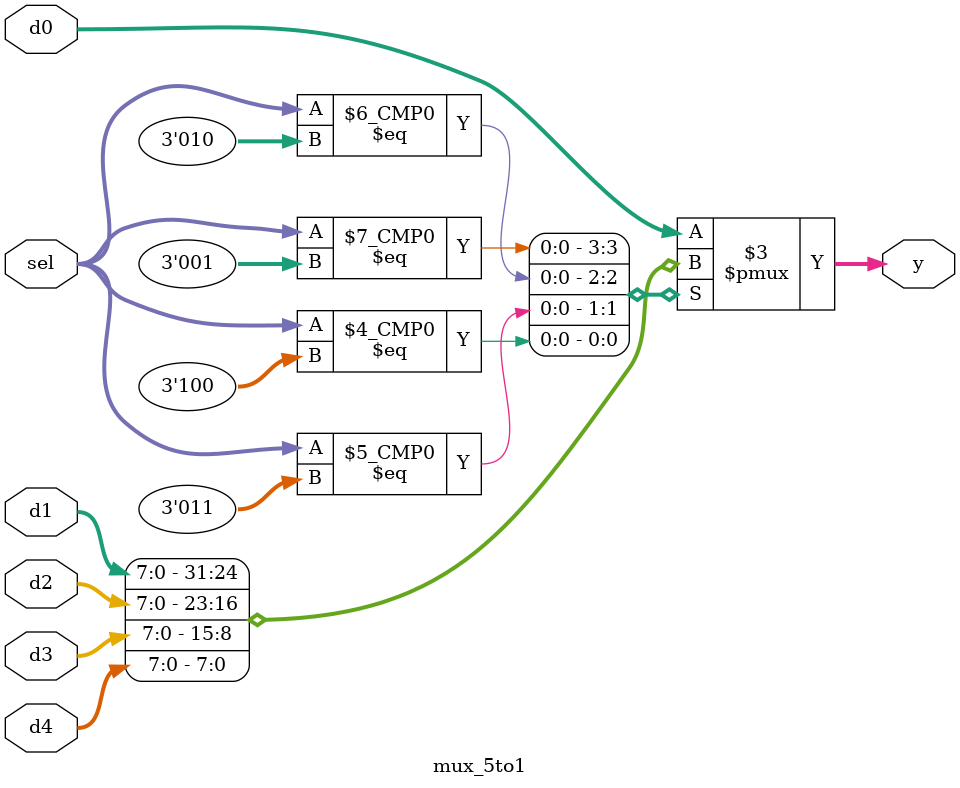
<source format=sv>
module mux_5to1 #(
    parameter WIDTH = 8  // Độ rộng của dữ liệu
)(
    input wire [2:0] sel,                // Tín hiệu chọn (3 bit đủ để chọn 5 đầu vào)
    input wire [WIDTH-1:0] d0, d1, d2, d3, d4, // 5 tín hiệu đầu vào
    output reg [WIDTH-1:0] y             // Đầu ra đã được đăng ký (register)
);

  always @(*) begin
      case (sel)
          3'b000: y = d0;
          3'b001: y = d1;
          3'b010: y = d2;
          3'b011: y = d3;
          3'b100: y = d4;
          default: y = d0;  // Tránh trạng thái không xác định
      endcase
  end

endmodule


</source>
